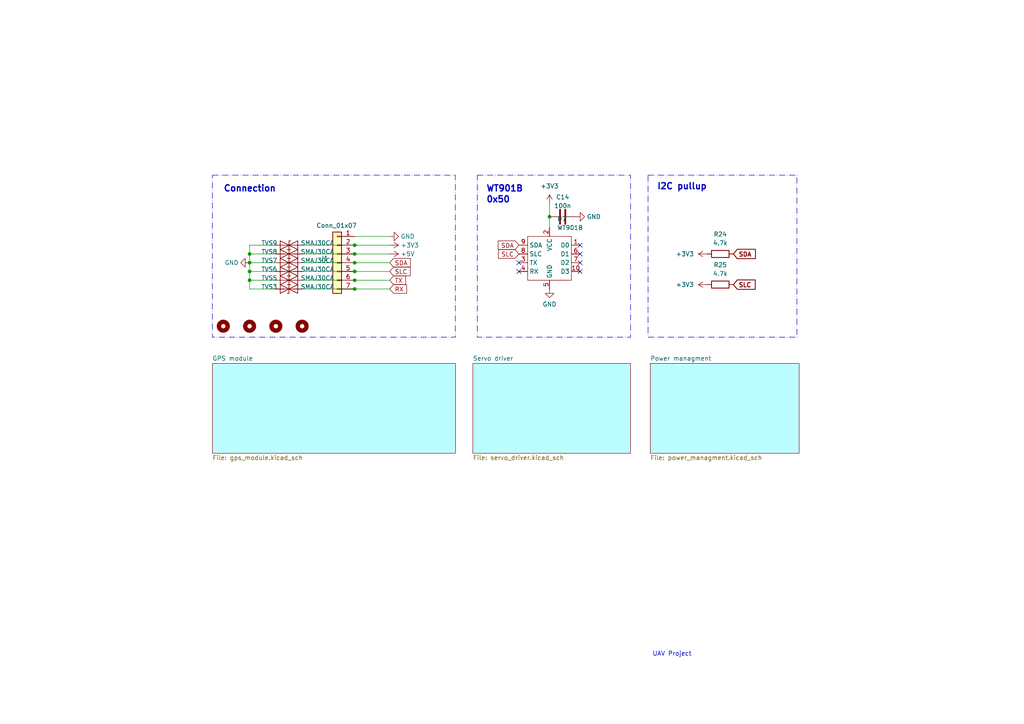
<source format=kicad_sch>
(kicad_sch (version 20230121) (generator eeschema)
  (paper "A4")
  (title_block (title "Root page UAV board") (date "2023-10-17") (rev "1.0"))
  (lib_symbols
    (symbol "Connector_Generic:Conn_01x07" (pin_names (offset 1.016) hide)
      (property "Reference" "J" (at 0 10.16 0))
      (property "Value" "Conn_01x07" (at 0 -10.16 0))
      (symbol "Conn_01x07_1_1"
        (rectangle (start -1.27 -7.493) (end 0 -7.747) (stroke (width 0.1524)))
        (rectangle (start -1.27 -4.953) (end 0 -5.207) (stroke (width 0.1524)))
        (rectangle (start -1.27 -2.413) (end 0 -2.667) (stroke (width 0.1524)))
        (rectangle (start -1.27 0.127) (end 0 -0.127) (stroke (width 0.1524)))
        (rectangle (start -1.27 2.667) (end 0 2.413) (stroke (width 0.1524)))
        (rectangle (start -1.27 5.207) (end 0 4.953) (stroke (width 0.1524)))
        (rectangle (start -1.27 7.747) (end 0 7.493) (stroke (width 0.1524)))
        (rectangle (start -1.27 8.89) (end 1.27 -8.89) (stroke (width 0.254)) (fill (type background)))
        (pin passive line (at -5.08 7.62 0) (length 3.81) (name "Pin_1") (number "1"))
        (pin passive line (at -5.08 5.08 0) (length 3.81) (name "Pin_2") (number "2"))
        (pin passive line (at -5.08 2.54 0) (length 3.81) (name "Pin_3") (number "3"))
        (pin passive line (at -5.08 0 0) (length 3.81) (name "Pin_4") (number "4"))
        (pin passive line (at -5.08 -2.54 0) (length 3.81) (name "Pin_5") (number "5"))
        (pin passive line (at -5.08 -5.08 0) (length 3.81) (name "Pin_6") (number "6"))
        (pin passive line (at -5.08 -7.62 0) (length 3.81) (name "Pin_7") (number "7"))
      )
    )
    (symbol "Custom_Symbols:WT901B"
      (property "Reference" "U" (at 0 -15.24 0))
      (property "Value" "WT901B" (at 0 0 0))
      (symbol "WT901B_0_1"
        (rectangle (start -6.35 -1.27) (end 6.35 -13.97))
      )
      (symbol "WT901B_1_1"
        (pin input line (at 8.89 -3.81 180) (length 2.54) (name "D0") (number "1"))
        (pin input line (at 8.89 -11.43 180) (length 2.54) (name "D3") (number "10"))
        (pin input line (at 0 1.27 270) (length 2.54) (name "VCC") (number "2"))
        (pin input line (at -8.89 -8.89 0) (length 2.54) (name "TX") (number "3"))
        (pin input line (at -8.89 -11.43 0) (length 2.54) (name "RX") (number "4"))
        (pin input line (at 0 -16.51 90) (length 2.54) (name "GND") (number "5"))
        (pin input line (at 8.89 -6.35 180) (length 2.54) (name "D1") (number "6"))
        (pin input line (at 8.89 -8.89 180) (length 2.54) (name "D2") (number "7"))
        (pin input line (at -8.89 -6.35 0) (length 2.54) (name "SLC") (number "8"))
        (pin input line (at -8.89 -3.81 0) (length 2.54) (name "SDA") (number "9"))
      )
    )
    (symbol "Device:C" (pin_numbers hide) (pin_names (offset 0.254))
      (property "Reference" "C" (at 0.635 2.54 0))
      (property "Value" "C" (at 0.635 -2.54 0))
      (symbol "C_0_1"
        (polyline (pts (xy -2.032 -0.762) (xy 2.032 -0.762)) (stroke (width 0.508)))
        (polyline (pts (xy -2.032 0.762) (xy 2.032 0.762)) (stroke (width 0.508)))
      )
      (symbol "C_1_1"
        (pin passive line (at 0 3.81 270) (length 2.794) (name "~") (number "1"))
        (pin passive line (at 0 -3.81 90) (length 2.794) (name "~") (number "2"))
      )
    )
    (symbol "Device:R" (pin_numbers hide) (pin_names (offset 0))
      (property "Reference" "R" (at 2.032 0 90))
      (property "Value" "R" (at 0 0 90))
      (symbol "R_0_1"
        (rectangle (start -1.016 -2.54) (end 1.016 2.54) (stroke (width 0.254)))
      )
      (symbol "R_1_1"
        (pin passive line (at 0 3.81 270) (length 1.27) (name "~") (number "1"))
        (pin passive line (at 0 -3.81 90) (length 1.27) (name "~") (number "2"))
      )
    )
    (symbol "Diode:SMAJ30CA" (pin_numbers hide) (pin_names (offset 1.016) hide)
      (property "Reference" "D" (at 0 2.54 0))
      (property "Value" "SMAJ30CA" (at 0 -2.54 0))
      (symbol "SMAJ30CA_0_1"
        (polyline (pts (xy 1.27 0) (xy -1.27 0)))
        (polyline (pts (xy -2.54 -1.27) (xy 0 0) (xy -2.54 1.27) (xy -2.54 -1.27)) (stroke (width 0.2032)))
        (polyline (pts (xy 0.508 1.27) (xy 0 1.27) (xy 0 -1.27) (xy -0.508 -1.27)) (stroke (width 0.2032)))
        (polyline (pts (xy 2.54 1.27) (xy 2.54 -1.27) (xy 0 0) (xy 2.54 1.27)) (stroke (width 0.2032)))
      )
      (symbol "SMAJ30CA_1_1"
        (pin passive line (at -3.81 0 0) (length 2.54) (name "A1") (number "1"))
        (pin passive line (at 3.81 0 180) (length 2.54) (name "A2") (number "2"))
      )
    )
    (symbol "Mechanical:MountingHole" (pin_names (offset 1.016))
      (property "Reference" "H" (at 0 5.08 0))
      (property "Value" "MountingHole" (at 0 3.175 0))
      (symbol "MountingHole_0_1"
        (circle (center 0 0) (radius 1.27) (stroke (width 1.27)))
      )
    )
    (symbol "power:+3V3" (power) (pin_names (offset 0))
      (property "Value" "+3V3" (at 0 3.556 0))
      (symbol "+3V3_0_1"
        (polyline (pts (xy -0.762 1.27) (xy 0 2.54)))
        (polyline (pts (xy 0 0) (xy 0 2.54)))
        (polyline (pts (xy 0 2.54) (xy 0.762 1.27)))
      )
      (symbol "+3V3_1_1"
        (pin power_in line (at 0 0 90) (length 0) hide (name "+3V3") (number "1"))
      )
    )
    (symbol "power:+5V" (power) (pin_names (offset 0))
      (property "Value" "+5V" (at 0 3.556 0))
      (symbol "+5V_0_1"
        (polyline (pts (xy -0.762 1.27) (xy 0 2.54)))
        (polyline (pts (xy 0 0) (xy 0 2.54)))
        (polyline (pts (xy 0 2.54) (xy 0.762 1.27)))
      )
      (symbol "+5V_1_1"
        (pin power_in line (at 0 0 90) (length 0) hide (name "+5V") (number "1"))
      )
    )
    (symbol "power:GND" (power) (pin_names (offset 0))
      (property "Value" "GND" (at 0 -3.81 0))
      (symbol "GND_0_1"
        (polyline (pts (xy 0 0) (xy 0 -1.27) (xy 1.27 -1.27) (xy 0 -2.54) (xy -1.27 -1.27) (xy 0 -1.27)))
      )
      (symbol "GND_1_1"
        (pin power_in line (at 0 0 270) (length 0) hide (name "GND") (number "1"))
      )
    )
  )
  (junction (at 159.385 62.865))
  (junction (at 102.87 76.2))
  (junction (at 102.87 78.74))
  (junction (at 72.39 76.2))
  (junction (at 102.87 71.12))
  (junction (at 102.87 81.28))
  (junction (at 72.39 81.28))
  (junction (at 72.39 78.74))
  (junction (at 102.87 73.66))
  (junction (at 102.87 83.82))
  (junction (at 72.39 73.66))
  (no_connect (at 168.275 76.2))
  (no_connect (at 168.275 71.12))
  (no_connect (at 168.275 73.66))
  (no_connect (at 150.495 78.74))
  (no_connect (at 150.495 76.2))
  (no_connect (at 168.275 78.74))
  (wire (pts (xy 72.39 73.66) (xy 80.01 73.66)))
  (wire (pts (xy 102.87 71.12) (xy 113.03 71.12)))
  (wire (pts (xy 72.39 76.2) (xy 80.01 76.2)))
  (wire (pts (xy 72.39 76.2) (xy 72.39 78.74)))
  (wire (pts (xy 102.87 68.58) (xy 113.03 68.58)))
  (wire (pts (xy 87.63 81.28) (xy 102.87 81.28)))
  (wire (pts (xy 102.87 81.28) (xy 113.03 81.28)))
  (wire (pts (xy 87.63 76.2) (xy 102.87 76.2)))
  (wire (pts (xy 72.39 81.28) (xy 72.39 83.82)))
  (wire (pts (xy 102.87 78.74) (xy 113.03 78.74)))
  (wire (pts (xy 72.39 78.74) (xy 80.01 78.74)))
  (wire (pts (xy 87.63 71.12) (xy 102.87 71.12)))
  (wire (pts (xy 72.39 71.12) (xy 72.39 73.66)))
  (wire (pts (xy 87.63 83.82) (xy 102.87 83.82)))
  (wire (pts (xy 87.63 73.66) (xy 102.87 73.66)))
  (wire (pts (xy 87.63 78.74) (xy 102.87 78.74)))
  (wire (pts (xy 72.39 71.12) (xy 80.01 71.12)))
  (wire (pts (xy 72.39 83.82) (xy 80.01 83.82)))
  (wire (pts (xy 102.87 73.66) (xy 113.03 73.66)))
  (wire (pts (xy 159.385 62.865) (xy 159.385 66.04)))
  (wire (pts (xy 102.87 76.2) (xy 113.03 76.2)))
  (wire (pts (xy 159.385 59.055) (xy 159.385 62.865)))
  (wire (pts (xy 72.39 78.74) (xy 72.39 81.28)))
  (wire (pts (xy 102.87 83.82) (xy 113.03 83.82)))
  (wire (pts (xy 72.39 73.66) (xy 72.39 76.2)))
  (wire (pts (xy 72.39 81.28) (xy 80.01 81.28)))
  (rectangle (start 138.43 50.8) (end 182.88 97.79) (stroke (width 0) (type dash_dot)))
  (rectangle (start 61.595 50.8) (end 132.08 97.79) (stroke (width 0) (type dash_dot)))
  (rectangle (start 187.96 50.8) (end 231.14 97.79) (stroke (width 0) (type dash_dot)))
  (text "0x50" (at 140.97 59.055 0) (effects (font (size 1.8 1.8) bold) (justify left bottom)))
  (text "WT901B" (at 140.97 55.88 0) (effects (font (size 1.8 1.8) bold) (justify left bottom)))
  (text "UAV Project\n" (at 189.23 190.5 0) (effects (font (size 1.27 1.27)) (justify left bottom)))
  (text "Connection" (at 64.77 55.88 0) (effects (font (size 1.8 1.8) bold) (justify left bottom)))
  (text "I2C pullup\n" (at 190.5 55.245 0) (effects (font (size 1.8 1.8) bold) (justify left bottom)))
  (global_label "SLC" (shape input) (at 150.495 73.66 180) (property "Intersheetrefs" "${INTERSHEET_REFS}" (effects hide)))
  (global_label "SDA" (shape input) (at 113.03 76.2 0) (property "Intersheetrefs" "${INTERSHEET_REFS}" (effects hide)))
  (global_label "TX" (shape input) (at 113.03 81.28 0) (property "Intersheetrefs" "${INTERSHEET_REFS}" (effects hide)))
  (global_label "RX" (shape input) (at 113.03 83.82 0) (property "Intersheetrefs" "${INTERSHEET_REFS}" (effects hide)))
  (global_label "SDA" (shape input) (at 150.495 71.12 180) (property "Intersheetrefs" "${INTERSHEET_REFS}" (effects hide)))
  (global_label "SDA" (shape input) (at 212.725 73.66 0) (effects (font bold)) (property "Intersheetrefs" "${INTERSHEET_REFS}" (effects hide)))
  (global_label "SLC" (shape input) (at 113.03 78.74 0) (property "Intersheetrefs" "${INTERSHEET_REFS}" (effects hide)))
  (global_label "SLC" (shape input) (at 212.725 82.55 0) (effects (font bold)) (property "Intersheetrefs" "${INTERSHEET_REFS}" (effects hide)))
  (symbol (lib_id "power:+3V3") (at 159.385 59.055 0) (unit 1)
    (property "Reference" "#PWR067" (effects hide))
    (property "Value" "+3V3" (at 159.385 53.975 0))
  )
  (symbol (lib_id "Custom_Symbols:WT901B") (at 159.385 67.31 0) (unit 1)
    (property "Reference" "U7" (at 161.5791 63.5 0) (effects (justify left)))
    (property "Value" "WT901B" (at 161.5791 66.04 0) (effects (justify left)))
    (property "Footprint" "Custom_Footprints:WT901B" (effects hide))
  )
  (symbol (lib_id "Device:R") (at 208.915 82.55 90) (unit 1)
    (property "Reference" "R25" (at 208.915 76.835 90))
    (property "Value" "4.7k" (at 208.915 79.375 90))
    (property "Footprint" "Resistor_SMD:R_0603_1608Metric" (effects hide))
  )
  (symbol (lib_id "Diode:SMAJ30CA") (at 83.82 83.82 180) (unit 1)
    (property "Reference" "TVS3" (at 78.105 83.185 0))
    (property "Value" "SMAJ30CA" (at 92.075 83.185 0))
    (property "Footprint" "Diode_SMD:D_SMA" (effects hide))
    (property "Datasheet" "https://www.littelfuse.com/media?resourcetype=datasheets&itemid=75e32973-b177-4ee3-a0ff-cedaf1abdb93&filename=smaj-datasheet" (effects hide))
  )
  (symbol (lib_id "Mechanical:MountingHole") (at 87.63 94.615 0) (unit 1)
    (property "Reference" "H4" (effects hide))
    (property "Value" "MountingHole" (effects hide))
    (property "Footprint" "MountingHole:MountingHole_2.2mm_M2" (effects hide))
  )
  (symbol (lib_id "Device:C") (at 163.195 62.865 90) (unit 1)
    (property "Reference" "C14" (at 163.195 57.15 90))
    (property "Value" "100n" (at 163.195 59.69 90))
    (property "Footprint" "Capacitor_SMD:C_0603_1608Metric" (effects hide))
  )
  (symbol (lib_id "Mechanical:MountingHole") (at 80.01 94.615 0) (unit 1)
    (property "Reference" "H3" (effects hide))
    (property "Value" "MountingHole" (effects hide))
    (property "Footprint" "MountingHole:MountingHole_2.2mm_M2" (effects hide))
  )
  (symbol (lib_id "power:GND") (at 72.39 76.2 270) (unit 1)
    (property "Reference" "#PWR070" (effects hide))
    (property "Value" "GND" (at 69.215 76.2 90) (effects (justify right)))
  )
  (symbol (lib_id "power:GND") (at 113.03 68.58 90) (unit 1)
    (property "Reference" "#PWR05" (effects hide))
    (property "Value" "GND" (at 116.205 68.58 90) (effects (justify right)))
  )
  (symbol (lib_id "power:GND") (at 167.005 62.865 90) (unit 1)
    (property "Reference" "#PWR069" (effects hide))
    (property "Value" "GND" (at 170.18 62.865 90) (effects (justify right)))
  )
  (symbol (lib_id "Connector_Generic:Conn_01x07") (at 97.79 76.2 0) (mirror y) (unit 1)
    (property "Reference" "J1" (at 95.25 74.93 0) (effects (justify left)))
    (property "Value" "Conn_01x07" (at 103.505 65.405 0) (effects (justify left)))
    (property "Footprint" "Connector_PinHeader_1.00mm:PinHeader_1x07_P1.00mm_Vertical" (effects hide))
  )
  (symbol (lib_id "Diode:SMAJ30CA") (at 83.82 73.66 180) (unit 1)
    (property "Reference" "TVS8" (at 78.105 73.025 0))
    (property "Value" "SMAJ30CA" (at 92.075 73.025 0))
    (property "Footprint" "Diode_SMD:D_SMA" (effects hide))
    (property "Datasheet" "https://www.littelfuse.com/media?resourcetype=datasheets&itemid=75e32973-b177-4ee3-a0ff-cedaf1abdb93&filename=smaj-datasheet" (effects hide))
  )
  (symbol (lib_id "Mechanical:MountingHole") (at 64.77 94.615 0) (unit 1)
    (property "Reference" "H1" (effects hide))
    (property "Value" "MountingHole" (effects hide))
    (property "Footprint" "MountingHole:MountingHole_2.2mm_M2" (effects hide))
  )
  (symbol (lib_id "power:GND") (at 159.385 83.82 0) (unit 1)
    (property "Reference" "#PWR068" (effects hide))
    (property "Value" "GND" (at 159.385 88.265 0))
  )
  (symbol (lib_id "Diode:SMAJ30CA") (at 83.82 81.28 180) (unit 1)
    (property "Reference" "TVS5" (at 78.105 80.645 0))
    (property "Value" "SMAJ30CA" (at 92.075 80.645 0))
    (property "Footprint" "Diode_SMD:D_SMA" (effects hide))
    (property "Datasheet" "https://www.littelfuse.com/media?resourcetype=datasheets&itemid=75e32973-b177-4ee3-a0ff-cedaf1abdb93&filename=smaj-datasheet" (effects hide))
  )
  (symbol (lib_id "power:+3V3") (at 205.105 73.66 90) (unit 1)
    (property "Reference" "#PWR065" (effects hide))
    (property "Value" "+3V3" (at 201.295 73.66 90) (effects (justify left)))
  )
  (symbol (lib_id "Diode:SMAJ30CA") (at 83.82 78.74 180) (unit 1)
    (property "Reference" "TVS6" (at 78.105 78.105 0))
    (property "Value" "SMAJ30CA" (at 92.075 78.105 0))
    (property "Footprint" "Diode_SMD:D_SMA" (effects hide))
    (property "Datasheet" "https://www.littelfuse.com/media?resourcetype=datasheets&itemid=75e32973-b177-4ee3-a0ff-cedaf1abdb93&filename=smaj-datasheet" (effects hide))
  )
  (symbol (lib_id "Device:R") (at 208.915 73.66 90) (unit 1)
    (property "Reference" "R24" (at 208.915 67.945 90))
    (property "Value" "4.7k" (at 208.915 70.485 90))
    (property "Footprint" "Resistor_SMD:R_0603_1608Metric" (effects hide))
  )
  (symbol (lib_id "Mechanical:MountingHole") (at 72.39 94.615 0) (unit 1)
    (property "Reference" "H2" (effects hide))
    (property "Value" "MountingHole" (effects hide))
    (property "Footprint" "MountingHole:MountingHole_2.2mm_M2" (effects hide))
  )
  (symbol (lib_id "Diode:SMAJ30CA") (at 83.82 76.2 180) (unit 1)
    (property "Reference" "TVS7" (at 78.105 75.565 0))
    (property "Value" "SMAJ30CA" (at 92.075 75.565 0))
    (property "Footprint" "Diode_SMD:D_SMA" (effects hide))
    (property "Datasheet" "https://www.littelfuse.com/media?resourcetype=datasheets&itemid=75e32973-b177-4ee3-a0ff-cedaf1abdb93&filename=smaj-datasheet" (effects hide))
  )
  (symbol (lib_id "power:+3V3") (at 205.105 82.55 90) (unit 1)
    (property "Reference" "#PWR066" (effects hide))
    (property "Value" "+3V3" (at 201.295 82.55 90) (effects (justify left)))
  )
  (symbol (lib_id "power:+5V") (at 113.03 73.66 270) (mirror x) (unit 1)
    (property "Reference" "#PWR071" (effects hide))
    (property "Value" "+5V" (at 116.205 73.66 90) (effects (justify left)))
  )
  (symbol (lib_id "power:+3V3") (at 113.03 71.12 270) (mirror x) (unit 1)
    (property "Reference" "#PWR072" (effects hide))
    (property "Value" "+3V3" (at 116.205 71.12 90) (effects (justify left)))
  )
  (symbol (lib_id "Diode:SMAJ30CA") (at 83.82 71.12 180) (unit 1)
    (property "Reference" "TVS9" (at 78.105 70.485 0))
    (property "Value" "SMAJ30CA" (at 92.075 70.485 0))
    (property "Footprint" "Diode_SMD:D_SMA" (effects hide))
    (property "Datasheet" "https://www.littelfuse.com/media?resourcetype=datasheets&itemid=75e32973-b177-4ee3-a0ff-cedaf1abdb93&filename=smaj-datasheet" (effects hide))
  )
  (sheet (at 137.16 105.41) (size 45.72 26.035) (stroke (width 0.1524)) (fill (color 187 253 255 1.0000))
    (property "Sheetname" "Servo driver" (at 137.16 104.6984 0) (effects (justify left bottom)))
    (property "Sheetfile" "servo_driver.kicad_sch" (at 137.16 132.0296 0) (effects (justify left top)))
  )
  (sheet (at 188.595 105.41) (size 43.18 26.035) (stroke (width 0.1524)) (fill (color 187 253 255 1.0000))
    (property "Sheetname" "Power managment" (at 188.595 104.6984 0) (effects (justify left bottom)))
    (property "Sheetfile" "power_managment.kicad_sch" (at 188.595 132.0296 0) (effects (justify left top)))
  )
  (sheet (at 61.595 105.41) (size 70.485 26.035) (stroke (width 0.1524)) (fill (color 187 253 255 1.0000))
    (property "Sheetname" "GPS module" (at 61.595 104.6984 0) (effects (justify left bottom)))
    (property "Sheetfile" "gps_module.kicad_sch" (at 61.595 132.0296 0) (effects (justify left top)))
  )
)
</source>
